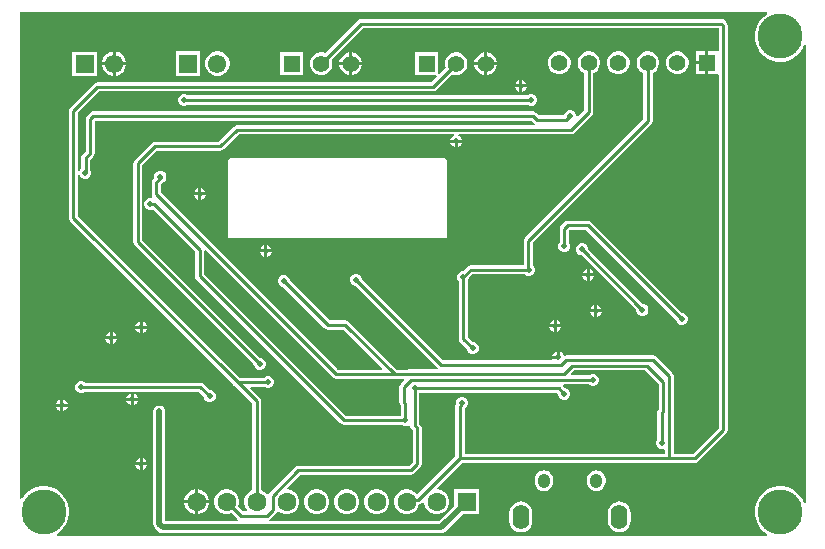
<source format=gbr>
%TF.GenerationSoftware,Altium Limited,Altium Designer,21.4.1 (30)*%
G04 Layer_Physical_Order=2*
G04 Layer_Color=16711680*
%FSLAX25Y25*%
%MOIN*%
%TF.SameCoordinates,82249629-20A9-4E05-8B69-989CC10A5609*%
%TF.FilePolarity,Positive*%
%TF.FileFunction,Copper,L2,Bot,Signal*%
%TF.Part,Single*%
G01*
G75*
%TA.AperFunction,Conductor*%
%ADD29C,0.01000*%
%ADD30C,0.02000*%
%TA.AperFunction,ComponentPad*%
%ADD31R,0.05512X0.05512*%
%ADD32C,0.05512*%
%ADD33R,0.06102X0.06102*%
%ADD34C,0.06102*%
%ADD35O,0.04134X0.04921*%
%ADD36C,0.06299*%
%ADD37R,0.06299X0.06299*%
%TA.AperFunction,ViaPad*%
%ADD38C,0.02000*%
%ADD39C,0.15000*%
%TA.AperFunction,ComponentPad*%
%ADD40O,0.05512X0.08268*%
G36*
X249134Y174407D02*
X249019Y173729D01*
X248082Y173102D01*
X246898Y171918D01*
X245967Y170526D01*
X245327Y168979D01*
X245000Y167337D01*
Y165663D01*
X245327Y164021D01*
X245967Y162474D01*
X246898Y161082D01*
X248082Y159898D01*
X249474Y158967D01*
X251021Y158327D01*
X252663Y158000D01*
X254337D01*
X255979Y158327D01*
X257526Y158967D01*
X258918Y159898D01*
X260102Y161082D01*
X261033Y162474D01*
X261500Y163602D01*
X262000Y163503D01*
Y10997D01*
X261500Y10898D01*
X261033Y12026D01*
X260102Y13418D01*
X258918Y14602D01*
X257526Y15533D01*
X255979Y16173D01*
X254337Y16500D01*
X252663D01*
X251021Y16173D01*
X249474Y15533D01*
X248082Y14602D01*
X246898Y13418D01*
X245967Y12026D01*
X245327Y10479D01*
X245000Y8837D01*
Y7163D01*
X245327Y5521D01*
X245967Y3974D01*
X246898Y2582D01*
X248082Y1398D01*
X249019Y771D01*
X249134Y93D01*
X249064Y0D01*
X12436D01*
X12366Y93D01*
X12481Y771D01*
X13418Y1398D01*
X14602Y2582D01*
X15533Y3974D01*
X16173Y5521D01*
X16500Y7163D01*
Y8837D01*
X16173Y10479D01*
X15533Y12026D01*
X14602Y13418D01*
X13418Y14602D01*
X12026Y15533D01*
X10479Y16173D01*
X8837Y16500D01*
X7163D01*
X5521Y16173D01*
X3974Y15533D01*
X2582Y14602D01*
X1398Y13418D01*
X771Y12481D01*
X93Y12366D01*
X0Y12436D01*
Y174500D01*
X249064D01*
X249134Y174407D01*
D02*
G37*
%LPC*%
G36*
X228606Y161472D02*
X225350D01*
Y158217D01*
X228606D01*
Y161472D01*
D02*
G37*
G36*
X155843Y161207D02*
Y157953D01*
X159097D01*
X158843Y158903D01*
X158348Y159759D01*
X157649Y160458D01*
X156792Y160953D01*
X155843Y161207D01*
D02*
G37*
G36*
X154843D02*
X153893Y160953D01*
X153036Y160458D01*
X152337Y159759D01*
X151843Y158903D01*
X151588Y157953D01*
X154843D01*
Y161207D01*
D02*
G37*
G36*
X110843D02*
Y157953D01*
X114097D01*
X113842Y158903D01*
X113348Y159759D01*
X112649Y160458D01*
X111792Y160953D01*
X110843Y161207D01*
D02*
G37*
G36*
X109843D02*
X108893Y160953D01*
X108036Y160458D01*
X107337Y159759D01*
X106843Y158903D01*
X106588Y157953D01*
X109843D01*
Y161207D01*
D02*
G37*
G36*
X32033Y161437D02*
X32000D01*
Y157886D01*
X35551D01*
Y157919D01*
X35275Y158949D01*
X34742Y159873D01*
X33988Y160627D01*
X33064Y161161D01*
X32033Y161437D01*
D02*
G37*
G36*
X31000D02*
X30967D01*
X29936Y161161D01*
X29013Y160627D01*
X28258Y159873D01*
X27725Y158949D01*
X27449Y157919D01*
Y157886D01*
X31000D01*
Y161437D01*
D02*
G37*
G36*
X219758Y161472D02*
X218769D01*
X217814Y161216D01*
X216958Y160722D01*
X216258Y160023D01*
X215764Y159166D01*
X215508Y158211D01*
Y157222D01*
X215764Y156267D01*
X216258Y155410D01*
X216958Y154711D01*
X217814Y154217D01*
X218769Y153961D01*
X219758D01*
X220713Y154217D01*
X221570Y154711D01*
X222269Y155410D01*
X222764Y156267D01*
X223020Y157222D01*
Y158211D01*
X222764Y159166D01*
X222269Y160023D01*
X221570Y160722D01*
X220713Y161216D01*
X219758Y161472D01*
D02*
G37*
G36*
X200073D02*
X199084D01*
X198129Y161216D01*
X197273Y160722D01*
X196573Y160023D01*
X196079Y159166D01*
X195823Y158211D01*
Y157222D01*
X196079Y156267D01*
X196573Y155410D01*
X197273Y154711D01*
X198129Y154217D01*
X199084Y153961D01*
X200073D01*
X201028Y154217D01*
X201885Y154711D01*
X202584Y155410D01*
X203079Y156267D01*
X203335Y157222D01*
Y158211D01*
X203079Y159166D01*
X202584Y160023D01*
X201885Y160722D01*
X201028Y161216D01*
X200073Y161472D01*
D02*
G37*
G36*
X180388D02*
X179399D01*
X178444Y161216D01*
X177588Y160722D01*
X176888Y160023D01*
X176394Y159166D01*
X176138Y158211D01*
Y157222D01*
X176394Y156267D01*
X176888Y155410D01*
X177588Y154711D01*
X178444Y154217D01*
X179399Y153961D01*
X180388D01*
X181343Y154217D01*
X182200Y154711D01*
X182899Y155410D01*
X183394Y156267D01*
X183650Y157222D01*
Y158211D01*
X183394Y159166D01*
X182899Y160023D01*
X182200Y160722D01*
X181343Y161216D01*
X180388Y161472D01*
D02*
G37*
G36*
X228606Y157217D02*
X225350D01*
Y153961D01*
X228606D01*
Y157217D01*
D02*
G37*
G36*
X159097Y156953D02*
X155843D01*
Y153698D01*
X156792Y153953D01*
X157649Y154447D01*
X158348Y155147D01*
X158843Y156003D01*
X159097Y156953D01*
D02*
G37*
G36*
X154843D02*
X151588D01*
X151843Y156003D01*
X152337Y155147D01*
X153036Y154447D01*
X153893Y153953D01*
X154843Y153698D01*
Y156953D01*
D02*
G37*
G36*
X114097D02*
X110843D01*
Y153698D01*
X111792Y153953D01*
X112649Y154447D01*
X113348Y155147D01*
X113842Y156003D01*
X114097Y156953D01*
D02*
G37*
G36*
X109843D02*
X106588D01*
X106843Y156003D01*
X107337Y155147D01*
X108036Y154447D01*
X108893Y153953D01*
X109843Y153698D01*
Y156953D01*
D02*
G37*
G36*
X94413Y161209D02*
X86901D01*
Y153697D01*
X94413D01*
Y161209D01*
D02*
G37*
G36*
X66454Y161504D02*
X65388D01*
X64358Y161228D01*
X63434Y160695D01*
X62679Y159940D01*
X62146Y159017D01*
X61870Y157986D01*
Y156920D01*
X62146Y155889D01*
X62679Y154965D01*
X63434Y154211D01*
X64358Y153678D01*
X65388Y153402D01*
X66454D01*
X67485Y153678D01*
X68409Y154211D01*
X69163Y154965D01*
X69696Y155889D01*
X69972Y156920D01*
Y157986D01*
X69696Y159017D01*
X69163Y159940D01*
X68409Y160695D01*
X67485Y161228D01*
X66454Y161504D01*
D02*
G37*
G36*
X60130D02*
X52028D01*
Y153402D01*
X60130D01*
Y161504D01*
D02*
G37*
G36*
X35551Y156886D02*
X32000D01*
Y153335D01*
X32033D01*
X33064Y153611D01*
X33988Y154144D01*
X34742Y154898D01*
X35275Y155822D01*
X35551Y156852D01*
Y156886D01*
D02*
G37*
G36*
X31000D02*
X27449D01*
Y156852D01*
X27725Y155822D01*
X28258Y154898D01*
X29013Y154144D01*
X29936Y153611D01*
X30967Y153335D01*
X31000D01*
Y156886D01*
D02*
G37*
G36*
X25709Y161437D02*
X17606D01*
Y153335D01*
X25709D01*
Y161437D01*
D02*
G37*
G36*
X167500Y151958D02*
Y150500D01*
X168958D01*
X168695Y151133D01*
X168133Y151696D01*
X167500Y151958D01*
D02*
G37*
G36*
X166500D02*
X165867Y151696D01*
X165305Y151133D01*
X165042Y150500D01*
X166500D01*
Y151958D01*
D02*
G37*
G36*
X168958Y149500D02*
X167500D01*
Y148042D01*
X168133Y148304D01*
X168695Y148867D01*
X168958Y149500D01*
D02*
G37*
G36*
X166500D02*
X165042D01*
X165305Y148867D01*
X165867Y148304D01*
X166500Y148042D01*
Y149500D01*
D02*
G37*
G36*
X170898Y147286D02*
X170102D01*
X169367Y146981D01*
X169201Y146815D01*
X56099D01*
X55933Y146981D01*
X55198Y147286D01*
X54402D01*
X53667Y146981D01*
X53105Y146419D01*
X52800Y145684D01*
Y144888D01*
X53105Y144153D01*
X53667Y143590D01*
X54402Y143286D01*
X55198D01*
X55933Y143590D01*
X56099Y143756D01*
X169201D01*
X169367Y143590D01*
X170102Y143286D01*
X170898D01*
X171633Y143590D01*
X172195Y144153D01*
X172500Y144888D01*
Y145684D01*
X172195Y146419D01*
X171633Y146981D01*
X170898Y147286D01*
D02*
G37*
G36*
X233914Y172315D02*
X113833D01*
X113248Y172199D01*
X112752Y171867D01*
X101861Y160977D01*
X100995Y161209D01*
X100005D01*
X99050Y160953D01*
X98194Y160458D01*
X97495Y159759D01*
X97000Y158903D01*
X96744Y157947D01*
Y156958D01*
X97000Y156003D01*
X97495Y155147D01*
X98194Y154447D01*
X99050Y153953D01*
X100005Y153697D01*
X100995D01*
X101950Y153953D01*
X102806Y154447D01*
X103506Y155147D01*
X104000Y156003D01*
X104256Y156958D01*
Y157947D01*
X104024Y158814D01*
X114467Y169256D01*
X232971D01*
Y161928D01*
X232862Y161472D01*
X232471Y161472D01*
X229606D01*
Y157717D01*
Y153961D01*
X232471D01*
X232862Y153961D01*
X232971Y153506D01*
Y36019D01*
X224329Y27377D01*
X218029D01*
Y53386D01*
X217913Y53971D01*
X217581Y54467D01*
X212281Y59767D01*
X211785Y60099D01*
X211200Y60215D01*
X182221D01*
X181636Y60099D01*
X181385Y60175D01*
X181195Y60633D01*
X180633Y61195D01*
X180000Y61458D01*
Y59500D01*
X179500D01*
Y59000D01*
X177542D01*
X177565Y58945D01*
X177287Y58529D01*
X141219D01*
X114200Y85549D01*
Y85784D01*
X113895Y86519D01*
X113333Y87081D01*
X112598Y87386D01*
X111802D01*
X111067Y87081D01*
X110504Y86519D01*
X110200Y85784D01*
Y84988D01*
X110504Y84253D01*
X111067Y83690D01*
X111802Y83386D01*
X112037D01*
X139393Y56029D01*
X139256Y55592D01*
X139209Y55529D01*
X129584D01*
X129009Y55415D01*
X125634D01*
X109657Y71392D01*
X109161Y71723D01*
X108576Y71840D01*
X103323D01*
X90000Y85163D01*
Y85398D01*
X89696Y86133D01*
X89133Y86695D01*
X88398Y87000D01*
X87602D01*
X86867Y86695D01*
X86304Y86133D01*
X86000Y85398D01*
Y84602D01*
X86304Y83867D01*
X86867Y83305D01*
X87602Y83000D01*
X87837D01*
X101608Y69229D01*
X102104Y68897D01*
X102690Y68781D01*
X107942D01*
X120846Y55877D01*
X120654Y55415D01*
X106133D01*
X47029Y114519D01*
Y117119D01*
X47793Y117882D01*
X48074Y117999D01*
X48636Y118561D01*
X48941Y119296D01*
Y120092D01*
X48636Y120827D01*
X48074Y121389D01*
X47339Y121694D01*
X46543D01*
X45808Y121389D01*
X45245Y120827D01*
X44941Y120092D01*
Y119356D01*
X44419Y118834D01*
X44087Y118338D01*
X43971Y117752D01*
Y113886D01*
X44087Y113301D01*
X44226Y113092D01*
X44066Y112821D01*
X43916Y112657D01*
X43174D01*
X42439Y112353D01*
X41877Y111790D01*
X41572Y111055D01*
Y110259D01*
X41877Y109524D01*
X42439Y108962D01*
X43174Y108657D01*
X43970D01*
X44402Y108836D01*
X58486Y94752D01*
Y86571D01*
X58602Y85985D01*
X58934Y85489D01*
X106919Y37504D01*
X107415Y37173D01*
X108000Y37056D01*
X127131D01*
X127367Y36821D01*
X128102Y36516D01*
X128898D01*
X129633Y36821D01*
X129658Y36845D01*
X130157Y36637D01*
X130238Y36227D01*
X130570Y35731D01*
X130971Y35330D01*
Y24519D01*
X129867Y23415D01*
X92924D01*
X92339Y23299D01*
X91843Y22967D01*
X83269Y14393D01*
X82937Y13897D01*
X82933Y13873D01*
X82406Y13786D01*
X82320Y13934D01*
X81548Y14706D01*
X80602Y15253D01*
X80529Y15272D01*
Y44886D01*
X80413Y45471D01*
X80081Y45967D01*
X76827Y49222D01*
X77018Y49684D01*
X81501D01*
X81667Y49518D01*
X82402Y49213D01*
X83198D01*
X83933Y49518D01*
X84496Y50080D01*
X84800Y50815D01*
Y51611D01*
X84496Y52346D01*
X83933Y52909D01*
X83198Y53213D01*
X82402D01*
X81667Y52909D01*
X81501Y52743D01*
X73306D01*
X19356Y106693D01*
Y120531D01*
X19827Y120602D01*
X20131Y119867D01*
X20694Y119305D01*
X21429Y119000D01*
X22225D01*
X22960Y119305D01*
X23522Y119867D01*
X23827Y120602D01*
Y121398D01*
X23529Y122116D01*
Y125366D01*
X24581Y126419D01*
X24913Y126915D01*
X25029Y127500D01*
Y138366D01*
X25119Y138456D01*
X170517D01*
X171419Y137554D01*
X171627Y137415D01*
X171475Y136915D01*
X72400D01*
X71815Y136799D01*
X71319Y136467D01*
X66267Y131415D01*
X45100D01*
X44515Y131299D01*
X44019Y130967D01*
X38319Y125267D01*
X37987Y124771D01*
X37871Y124186D01*
Y97886D01*
X37987Y97300D01*
X38319Y96804D01*
X78000Y57123D01*
Y56888D01*
X78304Y56153D01*
X78867Y55590D01*
X79602Y55286D01*
X80398D01*
X81133Y55590D01*
X81695Y56153D01*
X82000Y56888D01*
Y57684D01*
X81695Y58419D01*
X81133Y58981D01*
X80398Y59286D01*
X80163D01*
X40929Y98519D01*
Y123552D01*
X45733Y128356D01*
X66900D01*
X67485Y128473D01*
X67981Y128804D01*
X73033Y133856D01*
X144656D01*
X144755Y133356D01*
X144367Y133195D01*
X143805Y132633D01*
X143542Y132000D01*
X147458D01*
X147195Y132633D01*
X146633Y133195D01*
X146245Y133356D01*
X146344Y133856D01*
X183886D01*
X184471Y133973D01*
X184967Y134304D01*
X190818Y140155D01*
X191149Y140651D01*
X191266Y141236D01*
Y154263D01*
X192042Y154711D01*
X192742Y155410D01*
X193236Y156267D01*
X193492Y157222D01*
Y158211D01*
X193236Y159166D01*
X192742Y160023D01*
X192042Y160722D01*
X191186Y161216D01*
X190231Y161472D01*
X189242D01*
X188286Y161216D01*
X187430Y160722D01*
X186731Y160023D01*
X186236Y159166D01*
X185980Y158211D01*
Y157222D01*
X186236Y156267D01*
X186731Y155410D01*
X187430Y154711D01*
X188207Y154263D01*
Y141870D01*
X186000Y139663D01*
X185500Y139870D01*
Y140384D01*
X185196Y141119D01*
X184633Y141681D01*
X183898Y141986D01*
X183102D01*
X182367Y141681D01*
X181805Y141119D01*
X181500Y140384D01*
Y140165D01*
X173134D01*
X172231Y141067D01*
X171735Y141399D01*
X171150Y141515D01*
X24486D01*
X23900Y141399D01*
X23404Y141067D01*
X22419Y140081D01*
X22087Y139585D01*
X21971Y139000D01*
Y128133D01*
X20919Y127081D01*
X20587Y126585D01*
X20471Y126000D01*
Y122472D01*
X20131Y122133D01*
X19827Y121398D01*
X19356Y121469D01*
Y140979D01*
X26533Y148156D01*
X137733D01*
X138318Y148273D01*
X138814Y148604D01*
X144139Y153929D01*
X145006Y153697D01*
X145994D01*
X146950Y153953D01*
X147806Y154447D01*
X148505Y155147D01*
X149000Y156003D01*
X149256Y156958D01*
Y157947D01*
X149000Y158903D01*
X148505Y159759D01*
X147806Y160458D01*
X146950Y160953D01*
X145994Y161209D01*
X145006D01*
X144050Y160953D01*
X143194Y160458D01*
X142494Y159759D01*
X142000Y158903D01*
X141744Y157947D01*
Y156958D01*
X141976Y156092D01*
X139913Y154029D01*
X139413Y154236D01*
Y161209D01*
X131902D01*
Y153697D01*
X138874D01*
X139081Y153197D01*
X137100Y151215D01*
X25900D01*
X25315Y151099D01*
X24819Y150767D01*
X16745Y142694D01*
X16414Y142198D01*
X16297Y141613D01*
Y106059D01*
X16414Y105474D01*
X16745Y104978D01*
X71591Y50132D01*
X71591Y50132D01*
X77471Y44252D01*
Y15272D01*
X77398Y15253D01*
X76452Y14706D01*
X75679Y13934D01*
X75133Y12988D01*
X74850Y11932D01*
Y10840D01*
X75133Y9784D01*
X75679Y8838D01*
X75790Y8727D01*
X75599Y8266D01*
X74283D01*
X72829Y9719D01*
X72867Y9784D01*
X73150Y10840D01*
Y11932D01*
X72867Y12988D01*
X72320Y13934D01*
X71548Y14706D01*
X70602Y15253D01*
X69546Y15535D01*
X68454D01*
X67398Y15253D01*
X66452Y14706D01*
X65680Y13934D01*
X65133Y12988D01*
X64850Y11932D01*
Y10840D01*
X65133Y9784D01*
X65680Y8838D01*
X66452Y8065D01*
X67398Y7519D01*
X68454Y7236D01*
X69546D01*
X70602Y7519D01*
X70666Y7556D01*
X72568Y5655D01*
X72912Y5425D01*
X72760Y4925D01*
X48539D01*
Y41004D01*
X48555Y41043D01*
Y41210D01*
X48593Y41373D01*
X48555Y41605D01*
Y41839D01*
X48491Y41993D01*
X48464Y42158D01*
X48340Y42357D01*
X48251Y42574D01*
X48133Y42692D01*
X48044Y42834D01*
X47989Y42893D01*
X47961Y42913D01*
X47942Y42942D01*
X47763Y43061D01*
X47688Y43137D01*
X47598Y43174D01*
X47343Y43357D01*
X47309Y43365D01*
X47280Y43384D01*
X46923Y43455D01*
X46568Y43538D01*
X46534Y43532D01*
X46500Y43539D01*
X46142Y43468D01*
X45783Y43409D01*
X45753Y43391D01*
X45720Y43384D01*
X45417Y43181D01*
X45107Y42989D01*
X45087Y42961D01*
X45058Y42942D01*
X44855Y42639D01*
X44643Y42343D01*
X44635Y42309D01*
X44616Y42280D01*
X44545Y41923D01*
X44462Y41568D01*
X44467Y41534D01*
X44461Y41500D01*
Y4057D01*
X44616Y3277D01*
X45058Y2616D01*
X46230Y1444D01*
X46891Y1002D01*
X47672Y847D01*
X140500D01*
X141280Y1002D01*
X141942Y1444D01*
X147734Y7236D01*
X153150D01*
Y15535D01*
X144850D01*
Y10120D01*
X139655Y4925D01*
X83240D01*
X83088Y5425D01*
X83432Y5655D01*
X85432Y7655D01*
X85722Y8089D01*
X86189Y8280D01*
X86226Y8291D01*
X86452Y8065D01*
X87398Y7519D01*
X88454Y7236D01*
X89546D01*
X90602Y7519D01*
X91548Y8065D01*
X92321Y8838D01*
X92867Y9784D01*
X93150Y10840D01*
Y11932D01*
X92867Y12988D01*
X92321Y13934D01*
X91548Y14706D01*
X90602Y15253D01*
X89546Y15535D01*
X89390D01*
X89199Y15997D01*
X93558Y20356D01*
X130500D01*
X131085Y20473D01*
X131581Y20804D01*
X133581Y22804D01*
X133913Y23301D01*
X134029Y23886D01*
Y35964D01*
X133913Y36549D01*
X133581Y37045D01*
X133181Y37446D01*
Y47651D01*
X179071D01*
X179500Y47223D01*
Y46988D01*
X179805Y46253D01*
X180367Y45690D01*
X181102Y45386D01*
X181898D01*
X182633Y45690D01*
X183195Y46253D01*
X183500Y46988D01*
Y47784D01*
X183195Y48519D01*
X182633Y49081D01*
X181898Y49386D01*
X181663D01*
X181078Y49971D01*
X181285Y50471D01*
X189815D01*
X189981Y50305D01*
X190716Y50000D01*
X191512D01*
X192247Y50305D01*
X192810Y50867D01*
X193114Y51602D01*
Y52398D01*
X192810Y53133D01*
X192247Y53695D01*
X191512Y54000D01*
X190716D01*
X189981Y53695D01*
X189815Y53529D01*
X183906D01*
X183715Y53991D01*
X184880Y55156D01*
X208366D01*
X212971Y50552D01*
Y42112D01*
X212919Y42060D01*
X212587Y41563D01*
X212471Y40978D01*
Y32299D01*
X212304Y32133D01*
X212000Y31398D01*
Y30602D01*
X212304Y29867D01*
X212867Y29305D01*
X213602Y29000D01*
X214398D01*
X214555Y29065D01*
X214971Y28787D01*
Y27377D01*
X148292D01*
Y42549D01*
X148633Y42690D01*
X149196Y43253D01*
X149500Y43988D01*
Y44784D01*
X149196Y45519D01*
X148633Y46081D01*
X147898Y46386D01*
X147102D01*
X146367Y46081D01*
X145805Y45519D01*
X145500Y44784D01*
Y44188D01*
X145349Y43963D01*
X145233Y43377D01*
Y26482D01*
X132643Y13891D01*
X132320Y13934D01*
X131548Y14706D01*
X130602Y15253D01*
X129546Y15535D01*
X128454D01*
X127398Y15253D01*
X126452Y14706D01*
X125680Y13934D01*
X125133Y12988D01*
X124850Y11932D01*
Y10840D01*
X125133Y9784D01*
X125680Y8838D01*
X126452Y8065D01*
X127398Y7519D01*
X128454Y7236D01*
X129546D01*
X130602Y7519D01*
X131548Y8065D01*
X132320Y8838D01*
X132867Y9784D01*
X133064Y10519D01*
X133523Y10611D01*
X134019Y10942D01*
X134388Y11311D01*
X134850Y11120D01*
Y10840D01*
X135133Y9784D01*
X135679Y8838D01*
X136452Y8065D01*
X137398Y7519D01*
X138454Y7236D01*
X139546D01*
X140602Y7519D01*
X141548Y8065D01*
X142321Y8838D01*
X142867Y9784D01*
X143150Y10840D01*
Y11932D01*
X142867Y12988D01*
X142321Y13934D01*
X141548Y14706D01*
X140602Y15253D01*
X139546Y15535D01*
X139266D01*
X139074Y15997D01*
X147396Y24319D01*
X224962D01*
X225548Y24435D01*
X226044Y24767D01*
X235581Y34304D01*
X235913Y34800D01*
X236029Y35386D01*
Y170200D01*
X235913Y170785D01*
X235581Y171281D01*
X234996Y171867D01*
X234500Y172199D01*
X233914Y172315D01*
D02*
G37*
G36*
X147458Y131000D02*
X146000D01*
Y129542D01*
X146633Y129805D01*
X147195Y130367D01*
X147458Y131000D01*
D02*
G37*
G36*
X145000D02*
X143542D01*
X143805Y130367D01*
X144367Y129805D01*
X145000Y129542D01*
Y131000D01*
D02*
G37*
G36*
X60500Y115958D02*
Y114500D01*
X61958D01*
X61695Y115133D01*
X61133Y115696D01*
X60500Y115958D01*
D02*
G37*
G36*
X59500D02*
X58867Y115696D01*
X58305Y115133D01*
X58042Y114500D01*
X59500D01*
Y115958D01*
D02*
G37*
G36*
X61958Y113500D02*
X60500D01*
Y112042D01*
X61133Y112304D01*
X61695Y112867D01*
X61958Y113500D01*
D02*
G37*
G36*
X59500D02*
X58042D01*
X58305Y112867D01*
X58867Y112304D01*
X59500Y112042D01*
Y113500D01*
D02*
G37*
G36*
X141398Y126008D02*
X70531D01*
X70141Y125930D01*
X69810Y125709D01*
X69589Y125378D01*
X69512Y124988D01*
Y100185D01*
X69589Y99795D01*
X69810Y99464D01*
X70141Y99243D01*
X70531Y99165D01*
X141398D01*
X141788Y99243D01*
X142119Y99464D01*
X142340Y99795D01*
X142417Y100185D01*
Y124988D01*
X142340Y125378D01*
X142119Y125709D01*
X141788Y125930D01*
X141398Y126008D01*
D02*
G37*
G36*
X82500Y96958D02*
Y95500D01*
X83958D01*
X83696Y96133D01*
X83133Y96696D01*
X82500Y96958D01*
D02*
G37*
G36*
X81500D02*
X80867Y96696D01*
X80304Y96133D01*
X80042Y95500D01*
X81500D01*
Y96958D01*
D02*
G37*
G36*
X83958Y94500D02*
X82500D01*
Y93042D01*
X83133Y93305D01*
X83696Y93867D01*
X83958Y94500D01*
D02*
G37*
G36*
X81500D02*
X80042D01*
X80304Y93867D01*
X80867Y93305D01*
X81500Y93042D01*
Y94500D01*
D02*
G37*
G36*
X190000Y88958D02*
Y87500D01*
X191458D01*
X191195Y88133D01*
X190633Y88696D01*
X190000Y88958D01*
D02*
G37*
G36*
X189000D02*
X188367Y88696D01*
X187804Y88133D01*
X187542Y87500D01*
X189000D01*
Y88958D01*
D02*
G37*
G36*
X209916Y161472D02*
X208927D01*
X207972Y161216D01*
X207115Y160722D01*
X206416Y160023D01*
X205921Y159166D01*
X205665Y158211D01*
Y157222D01*
X205921Y156267D01*
X206416Y155410D01*
X207115Y154711D01*
X207892Y154263D01*
Y138941D01*
X168419Y99467D01*
X168087Y98971D01*
X167971Y98386D01*
Y90224D01*
X150309D01*
X149723Y90107D01*
X149227Y89776D01*
X147664Y88213D01*
X147430D01*
X146695Y87909D01*
X146132Y87346D01*
X145827Y86611D01*
Y85815D01*
X146132Y85080D01*
X146298Y84914D01*
Y65673D01*
X146414Y65087D01*
X146746Y64591D01*
X149000Y62337D01*
Y62102D01*
X149304Y61367D01*
X149867Y60804D01*
X150602Y60500D01*
X151398D01*
X152133Y60804D01*
X152696Y61367D01*
X153000Y62102D01*
Y62898D01*
X152696Y63633D01*
X152133Y64196D01*
X151398Y64500D01*
X151163D01*
X149357Y66306D01*
Y84914D01*
X149523Y85080D01*
X149827Y85815D01*
Y86050D01*
X150942Y87165D01*
X168392D01*
X168559Y86999D01*
X169294Y86694D01*
X170089D01*
X170824Y86999D01*
X171387Y87562D01*
X171691Y88297D01*
Y89092D01*
X171387Y89827D01*
X171029Y90185D01*
Y97752D01*
X210503Y137226D01*
X210834Y137722D01*
X210951Y138307D01*
Y154263D01*
X211727Y154711D01*
X212427Y155410D01*
X212921Y156267D01*
X213177Y157222D01*
Y158211D01*
X212921Y159166D01*
X212427Y160023D01*
X211727Y160722D01*
X210871Y161216D01*
X209916Y161472D01*
D02*
G37*
G36*
X191458Y86500D02*
X190000D01*
Y85042D01*
X190633Y85304D01*
X191195Y85867D01*
X191458Y86500D01*
D02*
G37*
G36*
X189000D02*
X187542D01*
X187804Y85867D01*
X188367Y85304D01*
X189000Y85042D01*
Y86500D01*
D02*
G37*
G36*
X192500Y76958D02*
Y75500D01*
X193958D01*
X193695Y76133D01*
X193133Y76696D01*
X192500Y76958D01*
D02*
G37*
G36*
X191500D02*
X190867Y76696D01*
X190305Y76133D01*
X190042Y75500D01*
X191500D01*
Y76958D01*
D02*
G37*
G36*
X187898Y97486D02*
X187102D01*
X186367Y97181D01*
X185804Y96619D01*
X185500Y95884D01*
Y95088D01*
X185804Y94353D01*
X186367Y93790D01*
X187102Y93486D01*
X187337D01*
X205600Y75223D01*
Y74988D01*
X205905Y74253D01*
X206467Y73690D01*
X207202Y73386D01*
X207998D01*
X208733Y73690D01*
X209296Y74253D01*
X209600Y74988D01*
Y75784D01*
X209296Y76519D01*
X208733Y77081D01*
X207998Y77386D01*
X207763D01*
X189500Y95649D01*
Y95884D01*
X189196Y96619D01*
X188633Y97181D01*
X187898Y97486D01*
D02*
G37*
G36*
X193958Y74500D02*
X192500D01*
Y73042D01*
X193133Y73304D01*
X193695Y73867D01*
X193958Y74500D01*
D02*
G37*
G36*
X191500D02*
X190042D01*
X190305Y73867D01*
X190867Y73304D01*
X191500Y73042D01*
Y74500D01*
D02*
G37*
G36*
X179000Y71958D02*
Y70500D01*
X180458D01*
X180195Y71133D01*
X179633Y71696D01*
X179000Y71958D01*
D02*
G37*
G36*
X178000D02*
X177367Y71696D01*
X176804Y71133D01*
X176542Y70500D01*
X178000D01*
Y71958D01*
D02*
G37*
G36*
X189500Y105015D02*
X182620D01*
X182034Y104899D01*
X181538Y104567D01*
X180465Y103494D01*
X180133Y102998D01*
X180017Y102413D01*
Y97845D01*
X179805Y97633D01*
X179500Y96898D01*
Y96102D01*
X179805Y95367D01*
X180367Y94805D01*
X181102Y94500D01*
X181898D01*
X182633Y94805D01*
X183195Y95367D01*
X183500Y96102D01*
Y96898D01*
X183195Y97633D01*
X183076Y97753D01*
Y101779D01*
X183253Y101956D01*
X188866D01*
X218700Y72123D01*
Y71888D01*
X219005Y71153D01*
X219567Y70590D01*
X220302Y70286D01*
X221098D01*
X221833Y70590D01*
X222395Y71153D01*
X222700Y71888D01*
Y72684D01*
X222395Y73419D01*
X221833Y73981D01*
X221098Y74286D01*
X220863D01*
X190581Y104567D01*
X190085Y104899D01*
X189500Y105015D01*
D02*
G37*
G36*
X41000Y71458D02*
Y70000D01*
X42458D01*
X42195Y70633D01*
X41633Y71196D01*
X41000Y71458D01*
D02*
G37*
G36*
X40000D02*
X39367Y71196D01*
X38805Y70633D01*
X38542Y70000D01*
X40000D01*
Y71458D01*
D02*
G37*
G36*
X180458Y69500D02*
X179000D01*
Y68042D01*
X179633Y68305D01*
X180195Y68867D01*
X180458Y69500D01*
D02*
G37*
G36*
X178000D02*
X176542D01*
X176804Y68867D01*
X177367Y68305D01*
X178000Y68042D01*
Y69500D01*
D02*
G37*
G36*
X42458Y69000D02*
X41000D01*
Y67542D01*
X41633Y67804D01*
X42195Y68367D01*
X42458Y69000D01*
D02*
G37*
G36*
X40000D02*
X38542D01*
X38805Y68367D01*
X39367Y67804D01*
X40000Y67542D01*
Y69000D01*
D02*
G37*
G36*
X31000Y67958D02*
Y66500D01*
X32458D01*
X32195Y67133D01*
X31633Y67695D01*
X31000Y67958D01*
D02*
G37*
G36*
X30000D02*
X29367Y67695D01*
X28804Y67133D01*
X28542Y66500D01*
X30000D01*
Y67958D01*
D02*
G37*
G36*
X32458Y65500D02*
X31000D01*
Y64042D01*
X31633Y64305D01*
X32195Y64867D01*
X32458Y65500D01*
D02*
G37*
G36*
X30000D02*
X28542D01*
X28804Y64867D01*
X29367Y64305D01*
X30000Y64042D01*
Y65500D01*
D02*
G37*
G36*
X179000Y61458D02*
X178367Y61195D01*
X177805Y60633D01*
X177542Y60000D01*
X179000D01*
Y61458D01*
D02*
G37*
G36*
X38000Y47458D02*
Y46000D01*
X39458D01*
X39195Y46633D01*
X38633Y47196D01*
X38000Y47458D01*
D02*
G37*
G36*
X37000D02*
X36367Y47196D01*
X35805Y46633D01*
X35542Y46000D01*
X37000D01*
Y47458D01*
D02*
G37*
G36*
X20898Y51586D02*
X20102D01*
X19367Y51281D01*
X18804Y50719D01*
X18500Y49984D01*
Y49188D01*
X18804Y48453D01*
X19367Y47890D01*
X20102Y47586D01*
X20898D01*
X21633Y47890D01*
X21799Y48056D01*
X59588D01*
X61308Y46337D01*
Y46102D01*
X61612Y45367D01*
X62175Y44804D01*
X62910Y44500D01*
X63705D01*
X64441Y44804D01*
X65003Y45367D01*
X65308Y46102D01*
Y46898D01*
X65003Y47633D01*
X64441Y48195D01*
X63705Y48500D01*
X63471D01*
X61303Y50667D01*
X60807Y50999D01*
X60222Y51115D01*
X21799D01*
X21633Y51281D01*
X20898Y51586D01*
D02*
G37*
G36*
X14500Y45458D02*
Y44000D01*
X15958D01*
X15696Y44633D01*
X15133Y45195D01*
X14500Y45458D01*
D02*
G37*
G36*
X13500D02*
X12867Y45195D01*
X12304Y44633D01*
X12042Y44000D01*
X13500D01*
Y45458D01*
D02*
G37*
G36*
X39458Y45000D02*
X38000D01*
Y43542D01*
X38633Y43804D01*
X39195Y44367D01*
X39458Y45000D01*
D02*
G37*
G36*
X37000D02*
X35542D01*
X35805Y44367D01*
X36367Y43804D01*
X37000Y43542D01*
Y45000D01*
D02*
G37*
G36*
X15958Y43000D02*
X14500D01*
Y41542D01*
X15133Y41805D01*
X15696Y42367D01*
X15958Y43000D01*
D02*
G37*
G36*
X13500D02*
X12042D01*
X12304Y42367D01*
X12867Y41805D01*
X13500Y41542D01*
Y43000D01*
D02*
G37*
G36*
X41000Y25958D02*
Y24500D01*
X42458D01*
X42195Y25133D01*
X41633Y25695D01*
X41000Y25958D01*
D02*
G37*
G36*
X40000D02*
X39367Y25695D01*
X38805Y25133D01*
X38542Y24500D01*
X40000D01*
Y25958D01*
D02*
G37*
G36*
X42458Y23500D02*
X41000D01*
Y22042D01*
X41633Y22305D01*
X42195Y22867D01*
X42458Y23500D01*
D02*
G37*
G36*
X40000D02*
X38542D01*
X38805Y22867D01*
X39367Y22305D01*
X40000Y22042D01*
Y23500D01*
D02*
G37*
G36*
X192260Y21901D02*
X191459Y21795D01*
X190713Y21486D01*
X190072Y20994D01*
X189581Y20354D01*
X189272Y19608D01*
X189166Y18807D01*
Y18020D01*
X189272Y17219D01*
X189581Y16473D01*
X190072Y15832D01*
X190713Y15341D01*
X191459Y15032D01*
X192260Y14926D01*
X193060Y15032D01*
X193807Y15341D01*
X194447Y15832D01*
X194939Y16473D01*
X195248Y17219D01*
X195353Y18020D01*
Y18807D01*
X195248Y19608D01*
X194939Y20354D01*
X194447Y20994D01*
X193807Y21486D01*
X193060Y21795D01*
X192260Y21901D01*
D02*
G37*
G36*
X174740D02*
X173940Y21795D01*
X173194Y21486D01*
X172553Y20994D01*
X172061Y20354D01*
X171752Y19608D01*
X171647Y18807D01*
Y18020D01*
X171752Y17219D01*
X172061Y16473D01*
X172553Y15832D01*
X173194Y15341D01*
X173940Y15032D01*
X174740Y14926D01*
X175541Y15032D01*
X176287Y15341D01*
X176928Y15832D01*
X177419Y16473D01*
X177728Y17219D01*
X177834Y18020D01*
Y18807D01*
X177728Y19608D01*
X177419Y20354D01*
X176928Y20994D01*
X176287Y21486D01*
X175541Y21795D01*
X174740Y21901D01*
D02*
G37*
G36*
X59546Y15535D02*
X59500D01*
Y11886D01*
X63150D01*
Y11932D01*
X62867Y12988D01*
X62321Y13934D01*
X61548Y14706D01*
X60602Y15253D01*
X59546Y15535D01*
D02*
G37*
G36*
X58500D02*
X58454D01*
X57398Y15253D01*
X56452Y14706D01*
X55680Y13934D01*
X55133Y12988D01*
X54850Y11932D01*
Y11886D01*
X58500D01*
Y15535D01*
D02*
G37*
G36*
X119546D02*
X118454D01*
X117398Y15253D01*
X116452Y14706D01*
X115680Y13934D01*
X115133Y12988D01*
X114850Y11932D01*
Y10840D01*
X115133Y9784D01*
X115680Y8838D01*
X116452Y8065D01*
X117398Y7519D01*
X118454Y7236D01*
X119546D01*
X120602Y7519D01*
X121548Y8065D01*
X122320Y8838D01*
X122867Y9784D01*
X123150Y10840D01*
Y11932D01*
X122867Y12988D01*
X122320Y13934D01*
X121548Y14706D01*
X120602Y15253D01*
X119546Y15535D01*
D02*
G37*
G36*
X109546D02*
X108454D01*
X107398Y15253D01*
X106452Y14706D01*
X105680Y13934D01*
X105133Y12988D01*
X104850Y11932D01*
Y10840D01*
X105133Y9784D01*
X105680Y8838D01*
X106452Y8065D01*
X107398Y7519D01*
X108454Y7236D01*
X109546D01*
X110602Y7519D01*
X111548Y8065D01*
X112320Y8838D01*
X112867Y9784D01*
X113150Y10840D01*
Y11932D01*
X112867Y12988D01*
X112320Y13934D01*
X111548Y14706D01*
X110602Y15253D01*
X109546Y15535D01*
D02*
G37*
G36*
X99546D02*
X98454D01*
X97398Y15253D01*
X96452Y14706D01*
X95679Y13934D01*
X95133Y12988D01*
X94850Y11932D01*
Y10840D01*
X95133Y9784D01*
X95679Y8838D01*
X96452Y8065D01*
X97398Y7519D01*
X98454Y7236D01*
X99546D01*
X100602Y7519D01*
X101548Y8065D01*
X102321Y8838D01*
X102867Y9784D01*
X103150Y10840D01*
Y11932D01*
X102867Y12988D01*
X102321Y13934D01*
X101548Y14706D01*
X100602Y15253D01*
X99546Y15535D01*
D02*
G37*
G36*
X63150Y10886D02*
X59500D01*
Y7236D01*
X59546D01*
X60602Y7519D01*
X61548Y8065D01*
X62321Y8838D01*
X62867Y9784D01*
X63150Y10840D01*
Y10886D01*
D02*
G37*
G36*
X58500D02*
X54850D01*
Y10840D01*
X55133Y9784D01*
X55680Y8838D01*
X56452Y8065D01*
X57398Y7519D01*
X58454Y7236D01*
X58500D01*
Y10886D01*
D02*
G37*
G36*
X199937Y11552D02*
X198957Y11423D01*
X198043Y11045D01*
X197258Y10442D01*
X196656Y9658D01*
X196278Y8744D01*
X196149Y7764D01*
Y5008D01*
X196278Y4027D01*
X196656Y3114D01*
X197258Y2329D01*
X198043Y1727D01*
X198957Y1349D01*
X199937Y1220D01*
X200918Y1349D01*
X201831Y1727D01*
X202616Y2329D01*
X203218Y3114D01*
X203596Y4027D01*
X203725Y5008D01*
Y7764D01*
X203596Y8744D01*
X203218Y9658D01*
X202616Y10442D01*
X201831Y11045D01*
X200918Y11423D01*
X199937Y11552D01*
D02*
G37*
G36*
X167063D02*
X166083Y11423D01*
X165169Y11045D01*
X164384Y10442D01*
X163782Y9658D01*
X163404Y8744D01*
X163275Y7764D01*
Y5008D01*
X163404Y4027D01*
X163782Y3114D01*
X164384Y2329D01*
X165169Y1727D01*
X166083Y1349D01*
X167063Y1220D01*
X168043Y1349D01*
X168957Y1727D01*
X169742Y2329D01*
X170344Y3114D01*
X170722Y4027D01*
X170851Y5008D01*
Y7764D01*
X170722Y8744D01*
X170344Y9658D01*
X169742Y10442D01*
X168957Y11045D01*
X168043Y11423D01*
X167063Y11552D01*
D02*
G37*
%LPD*%
G36*
X104419Y52804D02*
X104915Y52473D01*
X105500Y52356D01*
X127952D01*
X128144Y51894D01*
X126987Y50738D01*
X126656Y50242D01*
X126539Y49657D01*
Y44482D01*
X126656Y43897D01*
X126971Y43426D01*
Y40115D01*
X108633D01*
X61545Y87204D01*
Y94971D01*
X62045Y95178D01*
X104419Y52804D01*
D02*
G37*
D29*
X147827Y65673D02*
X151000Y62500D01*
X147827Y65673D02*
Y86213D01*
X150309Y88694D02*
X169691D01*
X147827Y86213D02*
X150309Y88694D01*
X169500Y88886D02*
Y98386D01*
X112200Y85386D02*
X140586Y57000D01*
X211200Y58686D02*
X216500Y53386D01*
X182221Y58686D02*
X211200D01*
X140586Y57000D02*
X180535D01*
X182221Y58686D01*
X125000Y53886D02*
X129469D01*
X105500D02*
X125000D01*
X108000Y38586D02*
X128500D01*
X146762Y25848D02*
X216500D01*
X224962D01*
X72673Y51213D02*
X79000Y44886D01*
X17827Y106059D02*
X72673Y51213D01*
X181500Y96500D02*
X181546Y96777D01*
Y102413D01*
X182620Y103486D01*
X189500D01*
X220700Y72286D01*
X187500Y95486D02*
X207600Y75386D01*
X21827Y121000D02*
X22018Y120809D01*
X21827Y121000D02*
X22000Y121500D01*
Y126000D01*
X23500Y127500D01*
Y139000D01*
X24486Y139986D01*
X171150D01*
X172500Y138636D01*
X182150D01*
X183500Y139986D01*
X88000Y85000D02*
X102690Y70310D01*
X108576D01*
X125000Y53886D01*
X181561Y54000D02*
X184246Y56686D01*
X209000D02*
X214500Y51186D01*
Y41478D02*
Y51186D01*
X45500Y117752D02*
X47250Y119502D01*
X45500Y113886D02*
Y117752D01*
Y113886D02*
X105500Y53886D01*
X129469D02*
X129584Y54000D01*
X181561D01*
X184246Y56686D02*
X209000D01*
X214000Y40978D02*
X214500Y41478D01*
X214000Y31000D02*
Y40978D01*
X130412Y52000D02*
X191114D01*
X128069Y49657D02*
X130412Y52000D01*
X128069Y44482D02*
Y49657D01*
Y44482D02*
X128500Y44051D01*
Y38586D02*
Y44051D01*
X43663Y110566D02*
X44835D01*
X128500Y38516D02*
Y38586D01*
X60015Y86571D02*
X108000Y38586D01*
X60015Y86571D02*
Y95386D01*
X44835Y110566D02*
X60015Y95386D01*
X216500Y25848D02*
Y53386D01*
X224962Y25848D02*
X234500Y35386D01*
Y170200D01*
X113833Y170786D02*
X233914D01*
X100500Y157453D02*
X113833Y170786D01*
X147500Y44115D02*
Y44386D01*
X146762Y43377D02*
X147500Y44115D01*
X146762Y25848D02*
Y43377D01*
X233914Y170786D02*
X234500Y170200D01*
X129000Y11386D02*
X129638Y12024D01*
X132938D01*
X146762Y25848D01*
X54800Y145286D02*
X170500D01*
X72673Y51213D02*
X82800D01*
X17827Y106059D02*
Y141613D01*
X25900Y149686D01*
X137733D01*
X145500Y157453D01*
X79000Y11386D02*
Y44886D01*
X169500Y98386D02*
X209421Y138307D01*
Y157717D01*
X69000Y11386D02*
X73650Y6736D01*
X82350D01*
X84350Y8736D01*
Y13312D01*
X92924Y21886D01*
X130500D01*
X132500Y23886D01*
Y35964D01*
X131651Y36812D02*
X132500Y35964D01*
X131651Y36812D02*
Y49181D01*
X179705D01*
X181500Y47386D01*
X20500Y49586D02*
X60222D01*
X63308Y46500D01*
X39400Y97886D02*
X80000Y57286D01*
X39400Y97886D02*
Y124186D01*
X45100Y129886D01*
X66900D01*
X72400Y135386D01*
X183886D01*
X189736Y141236D01*
Y157717D01*
D30*
X46500Y41500D02*
X46555Y41441D01*
X46500Y4057D02*
Y41500D01*
Y4057D02*
X47672Y2886D01*
X140500D01*
X149000Y11386D01*
D31*
X135657Y157453D02*
D03*
X229106Y157717D02*
D03*
X90657Y157453D02*
D03*
D32*
X145500D02*
D03*
X155343D02*
D03*
X219264Y157717D02*
D03*
X209421D02*
D03*
X199579D02*
D03*
X189736D02*
D03*
X179894D02*
D03*
X110343Y157453D02*
D03*
X100500D02*
D03*
D33*
X56079D02*
D03*
X21657Y157386D02*
D03*
D34*
X65921Y157453D02*
D03*
X31500Y157386D02*
D03*
D35*
X192260Y18413D02*
D03*
X174740D02*
D03*
D36*
X79000Y11386D02*
D03*
X89000D02*
D03*
X109000D02*
D03*
X129000D02*
D03*
X139000D02*
D03*
X119000D02*
D03*
X99000D02*
D03*
X69000D02*
D03*
X59000D02*
D03*
D37*
X149000D02*
D03*
D38*
X37500Y45500D02*
D03*
X60000Y114000D02*
D03*
X82000Y95000D02*
D03*
X169691Y88694D02*
D03*
X191114Y52000D02*
D03*
X46555Y41441D02*
D03*
X63308Y46500D02*
D03*
X43572Y110657D02*
D03*
X46941Y119694D02*
D03*
X21827Y121000D02*
D03*
X151000Y62500D02*
D03*
X179500Y59500D02*
D03*
X178500Y70000D02*
D03*
X189500Y87000D02*
D03*
X192000Y75000D02*
D03*
X167000Y150000D02*
D03*
X145500Y131500D02*
D03*
X14000Y43500D02*
D03*
X30500Y66000D02*
D03*
X40500Y69500D02*
D03*
Y24000D02*
D03*
X181500Y96500D02*
D03*
X220700Y72286D02*
D03*
X207600Y75386D02*
D03*
X187500Y95486D02*
D03*
X183500Y139986D02*
D03*
X88000Y85000D02*
D03*
X214000Y31000D02*
D03*
X128500Y38516D02*
D03*
X112200Y85386D02*
D03*
X147500Y44386D02*
D03*
X170500Y145286D02*
D03*
X54800D02*
D03*
X82800Y51213D02*
D03*
X147827Y86213D02*
D03*
X181500Y47386D02*
D03*
X131651Y49181D02*
D03*
X20500Y49586D02*
D03*
X80000Y57286D02*
D03*
D39*
X8000Y8000D02*
D03*
X253500D02*
D03*
Y166500D02*
D03*
D40*
X167063Y6386D02*
D03*
X199937D02*
D03*
%TF.MD5,bcaa94e25846263851605b93e6424d39*%
M02*

</source>
